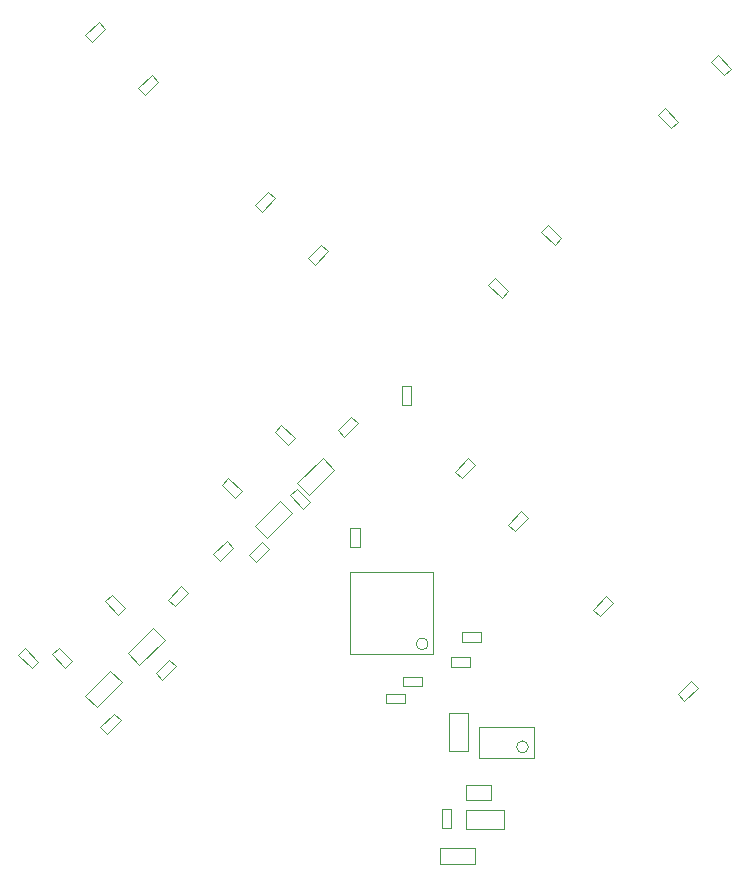
<source format=gbr>
%TF.GenerationSoftware,Altium Limited,Altium Designer,20.1.8 (145)*%
G04 Layer_Color=32768*
%FSLAX45Y45*%
%MOMM*%
%TF.SameCoordinates,71AC3D83-D9DD-4B8C-8FBF-A9C29C1C1930*%
%TF.FilePolarity,Positive*%
%TF.FileFunction,Other,Bottom_Assembly*%
%TF.Part,Single*%
G01*
G75*
%TA.AperFunction,NonConductor*%
%ADD81C,0.10000*%
D81*
X1158529Y-3262417D02*
G03*
X1158529Y-3262417I-50000J0D01*
G01*
X309979Y-2390516D02*
G03*
X309979Y-2390516I-50000J0D01*
G01*
X633529Y-3712745D02*
Y-3582745D01*
X843529Y-3712745D02*
Y-3582745D01*
X633529Y-3712745D02*
X843529D01*
X633529Y-3582745D02*
X843529D01*
X708529Y-4256948D02*
Y-4116948D01*
X408529Y-4256948D02*
Y-4116948D01*
Y-4256948D02*
X708529D01*
X408529Y-4116948D02*
X708529D01*
X503529Y-3952184D02*
X503529Y-3792183D01*
X423529D02*
X503529D01*
X423529Y-3952184D02*
X503529D01*
X423529Y-3792183D02*
X423529Y-3952184D01*
X633529Y-3794923D02*
X953529D01*
X633529Y-3954922D02*
X953529D01*
Y-3794923D01*
X633529Y-3954922D02*
X633529Y-3794923D01*
X743529Y-3357417D02*
X1203529D01*
X743529Y-3097417D02*
X1203529D01*
Y-3357417D02*
Y-3097417D01*
X743529Y-3357417D02*
Y-3097417D01*
X-859143Y-1134207D02*
X-746005Y-1247344D01*
X-802574Y-1077639D02*
X-689437Y-1190776D01*
X-859143Y-1134207D02*
X-802574Y-1077639D01*
X-746005Y-1247344D02*
X-689437Y-1190776D01*
X-1149600Y-1696915D02*
X-1036463Y-1583777D01*
X-1206169Y-1640346D02*
X-1093032Y-1527209D01*
X-1206169Y-1640346D02*
X-1149600Y-1696915D01*
X-1093032Y-1527209D02*
X-1036463Y-1583777D01*
X-3102149Y-2426742D02*
X-2989012Y-2539879D01*
X-3158718Y-2483311D02*
X-3102149Y-2426742D01*
X-3045581Y-2596447D02*
X-2989012Y-2539879D01*
X-3158718Y-2483311D02*
X-3045581Y-2596447D01*
X-1155412Y-1391586D02*
X-1056417Y-1490581D01*
X-943281Y-1179454D02*
X-844286Y-1278449D01*
X-1155412Y-1391586D02*
X-943281Y-1179454D01*
X-1056417Y-1490581D02*
X-844286Y-1278449D01*
X-348533Y-1573565D02*
Y-1413564D01*
X-268534Y-1573565D02*
Y-1413564D01*
X-348533D02*
X-268534D01*
X-348533Y-1573565D02*
X-268534D01*
X97978Y-2667709D02*
X257979D01*
X97978Y-2747709D02*
X257979D01*
Y-2667709D01*
X97978Y-2747709D02*
Y-2667709D01*
X502069Y-2503016D02*
X662070D01*
X502069Y-2583015D02*
X662070D01*
Y-2503016D01*
X502069Y-2583015D02*
Y-2503016D01*
X-350021Y-2480516D02*
X349979D01*
X-350021Y-1780516D02*
X349979D01*
Y-2480516D02*
Y-1780516D01*
X-350021Y-2480516D02*
Y-1780516D01*
X-47521Y-2815167D02*
X112480D01*
X-47521Y-2895167D02*
Y-2815167D01*
X112480Y-2895167D02*
Y-2815167D01*
X-47521Y-2895167D02*
X112480D01*
X597989Y-2290516D02*
X757989D01*
X597989Y-2370516D02*
Y-2290516D01*
X757989Y-2370516D02*
Y-2290516D01*
X597989Y-2370516D02*
X757989D01*
X-2493258Y-2927422D02*
X-2281127Y-2715290D01*
X-2592253Y-2828427D02*
X-2380121Y-2616295D01*
X-2281127Y-2715290D01*
X-2592253Y-2828427D02*
X-2493258Y-2927422D01*
X-2134048Y-2568212D02*
X-1921916Y-2356080D01*
X-2233043Y-2469217D02*
X-2020911Y-2257085D01*
X-1921916Y-2356080D01*
X-2233043Y-2469217D02*
X-2134048Y-2568212D01*
X-697207Y-1131371D02*
X-485075Y-919239D01*
X-796202Y-1032376D02*
X-584070Y-820244D01*
X-485075Y-919239D01*
X-796202Y-1032376D02*
X-697207Y-1131371D01*
X-650538Y819537D02*
X-537401Y932674D01*
X-593970Y989243D02*
X-537401Y932674D01*
X-707107Y876105D02*
X-650538Y819537D01*
X-707107Y876105D02*
X-593970Y989243D01*
X-1156120Y1325118D02*
X-1042982Y1438255D01*
X-1156120Y1325118D02*
X-1099551Y1268550D01*
X-1042982Y1438255D02*
X-986414Y1381687D01*
X-1099551Y1268550D02*
X-986414Y1381687D01*
X-2087379Y2256378D02*
X-1974242Y2369515D01*
X-2030811Y2426084D02*
X-1974242Y2369515D01*
X-2143948Y2312946D02*
X-2087379Y2256378D01*
X-2143948Y2312946D02*
X-2030811Y2426084D01*
X-2592961Y2761959D02*
X-2479824Y2875096D01*
X-2592961Y2761959D02*
X-2536392Y2705391D01*
X-2479824Y2875096D02*
X-2423255Y2818528D01*
X-2536392Y2705391D02*
X-2423255Y2818528D01*
X819537Y650538D02*
X932674Y537401D01*
X989243Y593970D01*
X819537Y650538D02*
X876105Y707107D01*
X989243Y593970D01*
X1325118Y1156120D02*
X1438255Y1042982D01*
X1268550Y1099551D02*
X1325118Y1156120D01*
X1381687Y986414D02*
X1438255Y1042982D01*
X1268550Y1099551D02*
X1381687Y986414D01*
X2256378Y2087379D02*
X2369515Y1974242D01*
X2426084Y2030811D01*
X2256378Y2087379D02*
X2312946Y2143948D01*
X2426084Y2030811D01*
X2761959Y2592961D02*
X2875096Y2479824D01*
X2705391Y2536392D02*
X2761959Y2592961D01*
X2818528Y2423255D02*
X2875096Y2479824D01*
X2705391Y2536392D02*
X2818528Y2423255D01*
X537401Y-932674D02*
X650538Y-819537D01*
X537401Y-932674D02*
X593970Y-989243D01*
X650538Y-819537D02*
X707107Y-876105D01*
X593970Y-989243D02*
X707107Y-876105D01*
X1042982Y-1438255D02*
X1156120Y-1325118D01*
X1099551Y-1268550D02*
X1156120Y-1325118D01*
X986414Y-1381687D02*
X1042982Y-1438255D01*
X986414Y-1381687D02*
X1099551Y-1268550D01*
X2423255Y-2818528D02*
X2536392Y-2705391D01*
X2423255Y-2818528D02*
X2479824Y-2875096D01*
X2536392Y-2705391D02*
X2592961Y-2761959D01*
X2479824Y-2875096D02*
X2592961Y-2761959D01*
X-989243Y-593970D02*
X-876105Y-707107D01*
X-819537Y-650538D01*
X-989243Y-593970D02*
X-932674Y-537401D01*
X-819537Y-650538D01*
X-1381687Y-986414D02*
X-1268550Y-1099551D01*
X-1438255Y-1042982D02*
X-1381687Y-986414D01*
X-1325118Y-1156120D02*
X-1268550Y-1099551D01*
X-1438255Y-1042982D02*
X-1325118Y-1156120D01*
X-2426084Y-2030811D02*
X-2312946Y-2143948D01*
X-2256378Y-2087379D01*
X-2426084Y-2030811D02*
X-2369515Y-1974242D01*
X-2256378Y-2087379D01*
X-2818528Y-2423255D02*
X-2705391Y-2536392D01*
X-2875096Y-2479824D02*
X-2818528Y-2423255D01*
X-2761959Y-2592961D02*
X-2705391Y-2536392D01*
X-2875096Y-2479824D02*
X-2761959Y-2592961D01*
X167000Y-368400D02*
Y-208400D01*
X87000D02*
X167000D01*
X87000Y-368400D02*
X167000D01*
X87000D02*
Y-208400D01*
X1704835Y-2100107D02*
X1817972Y-1986970D01*
X1704835Y-2100107D02*
X1761403Y-2156676D01*
X1817972Y-1986970D02*
X1874540Y-2043539D01*
X1761403Y-2156676D02*
X1874540Y-2043539D01*
X-399091Y-635265D02*
X-285954Y-522128D01*
X-342523Y-465559D02*
X-285954Y-522128D01*
X-455660Y-578696D02*
X-399091Y-635265D01*
X-455660Y-578696D02*
X-342523Y-465559D01*
X-1453529Y-1689702D02*
X-1340392Y-1576565D01*
X-1396961Y-1519997D02*
X-1340392Y-1576565D01*
X-1510098Y-1633134D02*
X-1453529Y-1689702D01*
X-1510098Y-1633134D02*
X-1396961Y-1519997D01*
X-1835932Y-2072106D02*
X-1722795Y-1958969D01*
X-1779363Y-1902400D02*
X-1722795Y-1958969D01*
X-1892501Y-2015537D02*
X-1835932Y-2072106D01*
X-1892501Y-2015537D02*
X-1779363Y-1902400D01*
X650468Y-3295913D02*
Y-2975913D01*
X490468Y-3295913D02*
Y-2975913D01*
Y-3295913D02*
X650468D01*
X490468Y-2975913D02*
X650468D01*
X-1997964Y-2637120D02*
X-1941396Y-2693689D01*
X-1884827Y-2523983D02*
X-1828259Y-2580552D01*
X-1941396Y-2693689D02*
X-1828259Y-2580552D01*
X-1997964Y-2637120D02*
X-1884827Y-2523983D01*
X-2350920Y-2981373D02*
X-2294351Y-3037942D01*
X-2464057Y-3094510D02*
X-2407488Y-3151079D01*
X-2464057Y-3094510D02*
X-2350920Y-2981373D01*
X-2407488Y-3151079D02*
X-2294351Y-3037942D01*
%TF.MD5,ca75240f35f376926e603f4d8c24ba87*%
M02*

</source>
